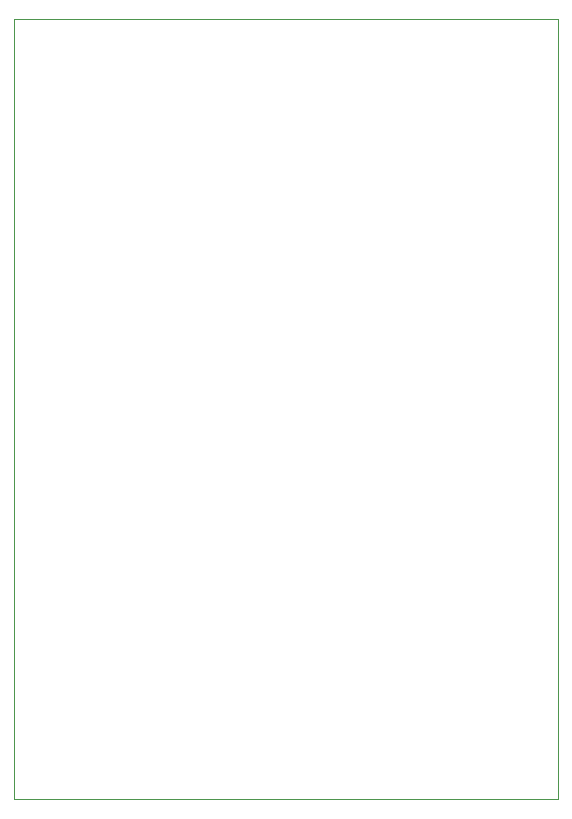
<source format=gbr>
%TF.GenerationSoftware,KiCad,Pcbnew,9.0.2*%
%TF.CreationDate,2025-06-25T23:30:19-04:00*%
%TF.ProjectId,_autosave-hack pad,5f617574-6f73-4617-9665-2d6861636b20,rev?*%
%TF.SameCoordinates,Original*%
%TF.FileFunction,Profile,NP*%
%FSLAX46Y46*%
G04 Gerber Fmt 4.6, Leading zero omitted, Abs format (unit mm)*
G04 Created by KiCad (PCBNEW 9.0.2) date 2025-06-25 23:30:19*
%MOMM*%
%LPD*%
G01*
G04 APERTURE LIST*
%TA.AperFunction,Profile*%
%ADD10C,0.050000*%
%TD*%
G04 APERTURE END LIST*
D10*
X131826000Y-70866000D02*
X177927000Y-70866000D01*
X177927000Y-136906000D01*
X131826000Y-136906000D01*
X131826000Y-70866000D01*
M02*

</source>
